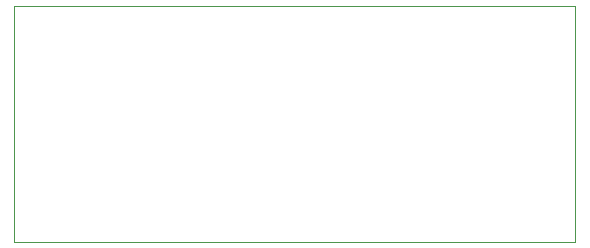
<source format=gm1>
G04 #@! TF.GenerationSoftware,KiCad,Pcbnew,(5.1.2)-1*
G04 #@! TF.CreationDate,2019-06-06T00:59:27-04:00*
G04 #@! TF.ProjectId,VGA to DVI_SIMPLE,56474120-746f-4204-9456-495f53494d50,rev?*
G04 #@! TF.SameCoordinates,Original*
G04 #@! TF.FileFunction,Profile,NP*
%FSLAX46Y46*%
G04 Gerber Fmt 4.6, Leading zero omitted, Abs format (unit mm)*
G04 Created by KiCad (PCBNEW (5.1.2)-1) date 2019-06-06 00:59:27*
%MOMM*%
%LPD*%
G04 APERTURE LIST*
%ADD10C,0.050000*%
G04 APERTURE END LIST*
D10*
X194500000Y-106000000D02*
X194500000Y-120500000D01*
X147000000Y-106000000D02*
X194500000Y-106000000D01*
X147000000Y-126000000D02*
X147000000Y-106000000D01*
X194500000Y-126000000D02*
X147000000Y-126000000D01*
X194500000Y-120500000D02*
X194500000Y-126000000D01*
M02*

</source>
